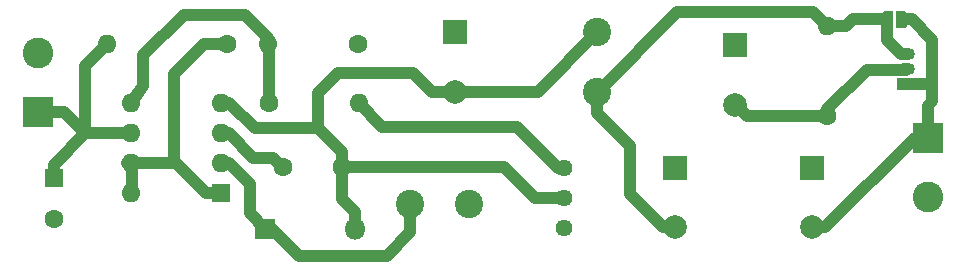
<source format=gtl>
%TF.GenerationSoftware,KiCad,Pcbnew,(5.1.12)-1*%
%TF.CreationDate,2022-12-13T06:15:56+01:00*%
%TF.ProjectId,MC34063_invert,4d433334-3036-4335-9f69-6e766572742e,rev?*%
%TF.SameCoordinates,Original*%
%TF.FileFunction,Copper,L1,Top*%
%TF.FilePolarity,Positive*%
%FSLAX46Y46*%
G04 Gerber Fmt 4.6, Leading zero omitted, Abs format (unit mm)*
G04 Created by KiCad (PCBNEW (5.1.12)-1) date 2022-12-13 06:15:56*
%MOMM*%
%LPD*%
G01*
G04 APERTURE LIST*
%TA.AperFunction,ComponentPad*%
%ADD10C,1.600000*%
%TD*%
%TA.AperFunction,ComponentPad*%
%ADD11O,1.800000X1.800000*%
%TD*%
%TA.AperFunction,ComponentPad*%
%ADD12R,1.800000X1.800000*%
%TD*%
%TA.AperFunction,ComponentPad*%
%ADD13C,2.600000*%
%TD*%
%TA.AperFunction,ComponentPad*%
%ADD14R,2.600000X2.600000*%
%TD*%
%TA.AperFunction,SMDPad,CuDef*%
%ADD15C,0.100000*%
%TD*%
%TA.AperFunction,ComponentPad*%
%ADD16C,2.400000*%
%TD*%
%TA.AperFunction,ComponentPad*%
%ADD17O,1.600000X1.600000*%
%TD*%
%TA.AperFunction,ComponentPad*%
%ADD18C,1.440000*%
%TD*%
%TA.AperFunction,ComponentPad*%
%ADD19R,1.600000X1.600000*%
%TD*%
%TA.AperFunction,ComponentPad*%
%ADD20R,2.000000X2.000000*%
%TD*%
%TA.AperFunction,ComponentPad*%
%ADD21C,2.000000*%
%TD*%
%TA.AperFunction,ComponentPad*%
%ADD22R,1.500000X1.050000*%
%TD*%
%TA.AperFunction,ComponentPad*%
%ADD23O,1.500000X1.050000*%
%TD*%
%TA.AperFunction,Conductor*%
%ADD24C,1.000000*%
%TD*%
G04 APERTURE END LIST*
D10*
%TO.P,C2,1*%
%TO.N,Net-(C2-Pad1)*%
X73200000Y-73400000D03*
%TO.P,C2,2*%
%TO.N,Net-(C2-Pad2)*%
X78200000Y-73400000D03*
%TD*%
D11*
%TO.P,D1,2*%
%TO.N,Net-(C2-Pad2)*%
X79320000Y-78600000D03*
D12*
%TO.P,D1,1*%
%TO.N,Net-(D1-Pad1)*%
X71700000Y-78600000D03*
%TD*%
D13*
%TO.P,J1,2*%
%TO.N,GND*%
X52500000Y-63700000D03*
D14*
%TO.P,J1,1*%
%TO.N,Net-(C1-Pad1)*%
X52500000Y-68700000D03*
%TD*%
%TO.P,J2,1*%
%TO.N,Net-(C6-Pad2)*%
X127800000Y-70900000D03*
D13*
%TO.P,J2,2*%
%TO.N,GND*%
X127800000Y-75900000D03*
%TD*%
%TA.AperFunction,SMDPad,CuDef*%
D15*
%TO.P,JP1,1*%
%TO.N,Net-(C4-Pad2)*%
G36*
X124850000Y-61650000D02*
G01*
X124350000Y-61650000D01*
X124350000Y-61649398D01*
X124325466Y-61649398D01*
X124276635Y-61644588D01*
X124228510Y-61635016D01*
X124181555Y-61620772D01*
X124136222Y-61601995D01*
X124092949Y-61578864D01*
X124052150Y-61551604D01*
X124014221Y-61520476D01*
X123979524Y-61485779D01*
X123948396Y-61447850D01*
X123921136Y-61407051D01*
X123898005Y-61363778D01*
X123879228Y-61318445D01*
X123864984Y-61271490D01*
X123855412Y-61223365D01*
X123850602Y-61174534D01*
X123850602Y-61150000D01*
X123850000Y-61150000D01*
X123850000Y-60650000D01*
X123850602Y-60650000D01*
X123850602Y-60625466D01*
X123855412Y-60576635D01*
X123864984Y-60528510D01*
X123879228Y-60481555D01*
X123898005Y-60436222D01*
X123921136Y-60392949D01*
X123948396Y-60352150D01*
X123979524Y-60314221D01*
X124014221Y-60279524D01*
X124052150Y-60248396D01*
X124092949Y-60221136D01*
X124136222Y-60198005D01*
X124181555Y-60179228D01*
X124228510Y-60164984D01*
X124276635Y-60155412D01*
X124325466Y-60150602D01*
X124350000Y-60150602D01*
X124350000Y-60150000D01*
X124850000Y-60150000D01*
X124850000Y-61650000D01*
G37*
%TD.AperFunction*%
%TA.AperFunction,SMDPad,CuDef*%
%TO.P,JP1,2*%
%TO.N,Net-(C6-Pad2)*%
G36*
X125650000Y-60150602D02*
G01*
X125674534Y-60150602D01*
X125723365Y-60155412D01*
X125771490Y-60164984D01*
X125818445Y-60179228D01*
X125863778Y-60198005D01*
X125907051Y-60221136D01*
X125947850Y-60248396D01*
X125985779Y-60279524D01*
X126020476Y-60314221D01*
X126051604Y-60352150D01*
X126078864Y-60392949D01*
X126101995Y-60436222D01*
X126120772Y-60481555D01*
X126135016Y-60528510D01*
X126144588Y-60576635D01*
X126149398Y-60625466D01*
X126149398Y-60650000D01*
X126150000Y-60650000D01*
X126150000Y-61150000D01*
X126149398Y-61150000D01*
X126149398Y-61174534D01*
X126144588Y-61223365D01*
X126135016Y-61271490D01*
X126120772Y-61318445D01*
X126101995Y-61363778D01*
X126078864Y-61407051D01*
X126051604Y-61447850D01*
X126020476Y-61485779D01*
X125985779Y-61520476D01*
X125947850Y-61551604D01*
X125907051Y-61578864D01*
X125863778Y-61601995D01*
X125818445Y-61620772D01*
X125771490Y-61635016D01*
X125723365Y-61644588D01*
X125674534Y-61649398D01*
X125650000Y-61649398D01*
X125650000Y-61650000D01*
X125150000Y-61650000D01*
X125150000Y-60150000D01*
X125650000Y-60150000D01*
X125650000Y-60150602D01*
G37*
%TD.AperFunction*%
%TD*%
D16*
%TO.P,L1,2*%
%TO.N,GND*%
X89000000Y-76500000D03*
%TO.P,L1,1*%
%TO.N,Net-(D1-Pad1)*%
X84000000Y-76500000D03*
%TD*%
%TO.P,L2,2*%
%TO.N,Net-(C4-Pad2)*%
X99800000Y-67000000D03*
%TO.P,L2,1*%
%TO.N,Net-(C2-Pad2)*%
X99800000Y-62000000D03*
%TD*%
D10*
%TO.P,R1,1*%
%TO.N,Net-(R1-Pad1)*%
X68500000Y-63000000D03*
D17*
%TO.P,R1,2*%
%TO.N,Net-(C1-Pad1)*%
X58340000Y-63000000D03*
%TD*%
D10*
%TO.P,R2,1*%
%TO.N,GND*%
X79600000Y-63000000D03*
D17*
%TO.P,R2,2*%
%TO.N,Net-(R2-Pad2)*%
X71980000Y-63000000D03*
%TD*%
D10*
%TO.P,R4,1*%
%TO.N,Net-(R2-Pad2)*%
X72000000Y-68000000D03*
D17*
%TO.P,R4,2*%
%TO.N,Net-(R4-Pad2)*%
X79620000Y-68000000D03*
%TD*%
%TO.P,R5,2*%
%TO.N,Net-(C4-Pad2)*%
X119300000Y-61480000D03*
D10*
%TO.P,R5,1*%
%TO.N,Net-(C5-Pad2)*%
X119300000Y-69100000D03*
%TD*%
D18*
%TO.P,RV1,3*%
%TO.N,N/C*%
X97000000Y-78580000D03*
%TO.P,RV1,2*%
%TO.N,Net-(C2-Pad2)*%
X97000000Y-76040000D03*
%TO.P,RV1,1*%
%TO.N,Net-(R4-Pad2)*%
X97000000Y-73500000D03*
%TD*%
D19*
%TO.P,U1,1*%
%TO.N,Net-(R1-Pad1)*%
X68000000Y-75600000D03*
D17*
%TO.P,U1,5*%
%TO.N,Net-(R2-Pad2)*%
X60380000Y-67980000D03*
%TO.P,U1,2*%
%TO.N,Net-(D1-Pad1)*%
X68000000Y-73060000D03*
%TO.P,U1,6*%
%TO.N,Net-(C1-Pad1)*%
X60380000Y-70520000D03*
%TO.P,U1,3*%
%TO.N,Net-(C2-Pad1)*%
X68000000Y-70520000D03*
%TO.P,U1,7*%
%TO.N,Net-(R1-Pad1)*%
X60380000Y-73060000D03*
%TO.P,U1,4*%
%TO.N,Net-(C2-Pad2)*%
X68000000Y-67980000D03*
%TO.P,U1,8*%
%TO.N,Net-(R1-Pad1)*%
X60380000Y-75600000D03*
%TD*%
D20*
%TO.P,C3,1*%
%TO.N,GND*%
X87800000Y-62000000D03*
D21*
%TO.P,C3,2*%
%TO.N,Net-(C2-Pad2)*%
X87800000Y-67000000D03*
%TD*%
D20*
%TO.P,C4,1*%
%TO.N,GND*%
X106400000Y-73500000D03*
D21*
%TO.P,C4,2*%
%TO.N,Net-(C4-Pad2)*%
X106400000Y-78500000D03*
%TD*%
%TO.P,C5,2*%
%TO.N,Net-(C5-Pad2)*%
X111500000Y-68100000D03*
D20*
%TO.P,C5,1*%
%TO.N,GND*%
X111500000Y-63100000D03*
%TD*%
D21*
%TO.P,C6,2*%
%TO.N,Net-(C6-Pad2)*%
X118000000Y-78500000D03*
D20*
%TO.P,C6,1*%
%TO.N,GND*%
X118000000Y-73500000D03*
%TD*%
D19*
%TO.P,C1,1*%
%TO.N,Net-(C1-Pad1)*%
X53800000Y-74300000D03*
D10*
%TO.P,C1,2*%
%TO.N,GND*%
X53800000Y-77800000D03*
%TD*%
D22*
%TO.P,Q1,1*%
%TO.N,Net-(C6-Pad2)*%
X126000000Y-66400000D03*
D23*
%TO.P,Q1,3*%
%TO.N,Net-(C4-Pad2)*%
X126000000Y-63860000D03*
%TO.P,Q1,2*%
%TO.N,Net-(C5-Pad2)*%
X126000000Y-65130000D03*
%TD*%
D24*
%TO.N,Net-(C1-Pad1)*%
X56480000Y-64860000D02*
X58340000Y-63000000D01*
X56480000Y-70520000D02*
X56480000Y-64860000D01*
X54660000Y-68700000D02*
X56480000Y-70520000D01*
X52500000Y-68700000D02*
X54660000Y-68700000D01*
X53800000Y-73200000D02*
X56480000Y-70520000D01*
X53800000Y-74300000D02*
X53800000Y-73200000D01*
X56480000Y-70520000D02*
X60380000Y-70520000D01*
%TO.N,Net-(C2-Pad1)*%
X68000000Y-70520000D02*
X68620000Y-70520000D01*
X68620000Y-70520000D02*
X70700000Y-72600000D01*
X72400000Y-72600000D02*
X73200000Y-73400000D01*
X70700000Y-72600000D02*
X72400000Y-72600000D01*
%TO.N,Net-(R2-Pad2)*%
X72000000Y-63020000D02*
X71980000Y-63000000D01*
X72000000Y-68000000D02*
X72000000Y-63020000D01*
X61400000Y-66560000D02*
X60380000Y-67980000D01*
X61400000Y-63900000D02*
X61400000Y-66560000D01*
X64800000Y-60500000D02*
X61400000Y-63900000D01*
X70000000Y-60500000D02*
X64800000Y-60500000D01*
X71980000Y-62480000D02*
X70000000Y-60500000D01*
X71980000Y-63000000D02*
X71980000Y-62480000D01*
%TO.N,Net-(R4-Pad2)*%
X97000000Y-73500000D02*
X96500000Y-73500000D01*
X96500000Y-73500000D02*
X93000000Y-70000000D01*
X81620000Y-70000000D02*
X79620000Y-68000000D01*
X93000000Y-70000000D02*
X81620000Y-70000000D01*
%TO.N,Net-(D1-Pad1)*%
X71700000Y-78600000D02*
X72300000Y-78600000D01*
X72300000Y-78600000D02*
X74600000Y-80900000D01*
X74600000Y-80900000D02*
X82000000Y-80900000D01*
X84000000Y-78900000D02*
X84000000Y-76500000D01*
X82000000Y-80900000D02*
X84000000Y-78900000D01*
X70400000Y-77300000D02*
X71700000Y-78600000D01*
X70400000Y-74800000D02*
X70400000Y-77300000D01*
X68660000Y-73060000D02*
X70400000Y-74800000D01*
X68000000Y-73060000D02*
X68660000Y-73060000D01*
%TO.N,Net-(R1-Pad1)*%
X60400000Y-73060000D02*
X60400000Y-75600000D01*
X64000000Y-72900000D02*
X64000000Y-65500000D01*
X66500000Y-63000000D02*
X68500000Y-63000000D01*
X64000000Y-65500000D02*
X66500000Y-63000000D01*
X63840000Y-73060000D02*
X64000000Y-72900000D01*
X59980000Y-73060000D02*
X63840000Y-73060000D01*
X66700000Y-75600000D02*
X64000000Y-72900000D01*
X68000000Y-75600000D02*
X66700000Y-75600000D01*
%TO.N,Net-(C2-Pad2)*%
X78200000Y-73400000D02*
X78200000Y-72100000D01*
X78200000Y-72100000D02*
X76200000Y-70100000D01*
X94200000Y-67000000D02*
X87800000Y-67000000D01*
X94800000Y-67000000D02*
X99800000Y-62000000D01*
X94200000Y-67000000D02*
X94800000Y-67000000D01*
X79320000Y-78600000D02*
X79320000Y-77220000D01*
X78200000Y-76100000D02*
X78200000Y-73400000D01*
X79320000Y-77220000D02*
X78200000Y-76100000D01*
X94540000Y-76040000D02*
X97000000Y-76040000D01*
X91900000Y-73400000D02*
X94540000Y-76040000D01*
X78200000Y-73400000D02*
X91900000Y-73400000D01*
X87800000Y-67000000D02*
X85800000Y-67000000D01*
X85800000Y-67000000D02*
X84200000Y-65400000D01*
X84200000Y-65400000D02*
X77900000Y-65400000D01*
X76200000Y-67100000D02*
X76200000Y-70100000D01*
X77900000Y-65400000D02*
X76200000Y-67100000D01*
X68680000Y-67980000D02*
X68000000Y-67980000D01*
X70800000Y-70100000D02*
X68680000Y-67980000D01*
X76200000Y-70100000D02*
X70800000Y-70100000D01*
%TO.N,Net-(C4-Pad2)*%
X124350000Y-62650000D02*
X124350000Y-60900000D01*
X99800000Y-67000000D02*
X99900000Y-67000000D01*
X99900000Y-67000000D02*
X106600000Y-60300000D01*
X118120000Y-60300000D02*
X119300000Y-61480000D01*
X106600000Y-60300000D02*
X118120000Y-60300000D01*
X119300000Y-61480000D02*
X120920000Y-61480000D01*
X121500000Y-60900000D02*
X124350000Y-60900000D01*
X120920000Y-61480000D02*
X121500000Y-60900000D01*
X125560000Y-63860000D02*
X124350000Y-62650000D01*
X126000000Y-63860000D02*
X125560000Y-63860000D01*
X99800000Y-67000000D02*
X99800000Y-68800000D01*
X99800000Y-68800000D02*
X102600000Y-71600000D01*
X102600000Y-71600000D02*
X102600000Y-75700000D01*
X105400000Y-78500000D02*
X106400000Y-78500000D01*
X102600000Y-75700000D02*
X105400000Y-78500000D01*
%TO.N,Net-(C5-Pad2)*%
X112500000Y-69100000D02*
X111500000Y-68100000D01*
X119300000Y-69100000D02*
X112500000Y-69100000D01*
X119300000Y-69100000D02*
X119300000Y-68500000D01*
X122630000Y-65170000D02*
X126000000Y-65170000D01*
X119300000Y-68500000D02*
X122630000Y-65170000D01*
%TO.N,Net-(C6-Pad2)*%
X127800000Y-70900000D02*
X127800000Y-68240000D01*
X125650000Y-60900000D02*
X126500000Y-60900000D01*
X126500000Y-60900000D02*
X128200000Y-62600000D01*
X128200000Y-67840000D02*
X127800000Y-68240000D01*
X128100000Y-66400000D02*
X128200000Y-66300000D01*
X126000000Y-66400000D02*
X128100000Y-66400000D01*
X128200000Y-66300000D02*
X128200000Y-67840000D01*
X128200000Y-62600000D02*
X128200000Y-66300000D01*
X126700000Y-70900000D02*
X127800000Y-70900000D01*
X119100000Y-78500000D02*
X126700000Y-70900000D01*
X118000000Y-78500000D02*
X119100000Y-78500000D01*
%TD*%
M02*

</source>
